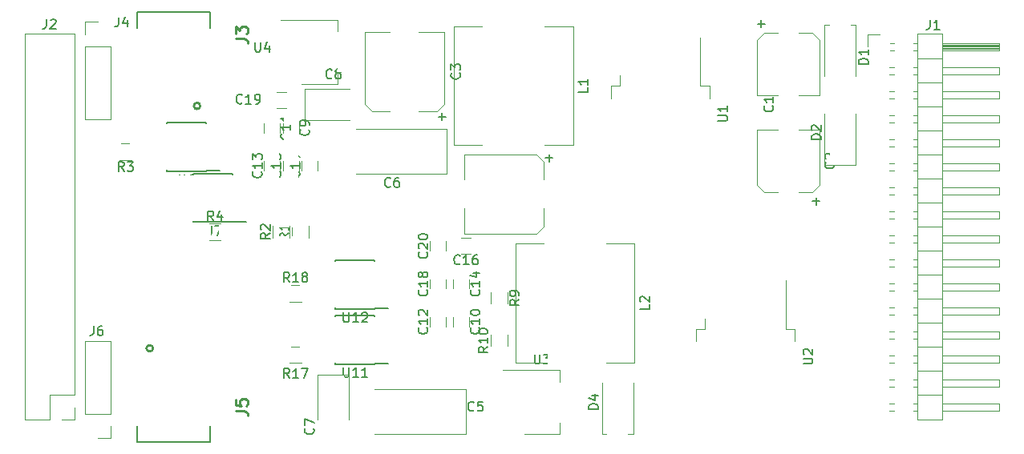
<source format=gbr>
%TF.GenerationSoftware,KiCad,Pcbnew,4.0.7-e2-6376~58~ubuntu16.04.1*%
%TF.CreationDate,2017-12-06T17:26:10+02:00*%
%TF.ProjectId,instrument_cluster,696E737472756D656E745F636C757374,rev?*%
%TF.FileFunction,Legend,Top*%
%FSLAX46Y46*%
G04 Gerber Fmt 4.6, Leading zero omitted, Abs format (unit mm)*
G04 Created by KiCad (PCBNEW 4.0.7-e2-6376~58~ubuntu16.04.1) date Wed Dec  6 17:26:10 2017*
%MOMM*%
%LPD*%
G01*
G04 APERTURE LIST*
%ADD10C,0.100000*%
%ADD11C,0.120000*%
%ADD12C,0.150000*%
%ADD13C,0.200000*%
%ADD14C,0.254000*%
%ADD15R,2.000000X3.900000*%
%ADD16R,2.900000X4.400000*%
%ADD17R,4.400000X2.900000*%
%ADD18R,4.150000X3.100000*%
%ADD19R,2.200000X2.550000*%
%ADD20R,2.550000X2.200000*%
%ADD21R,1.650000X1.400000*%
%ADD22R,1.400000X1.650000*%
%ADD23R,2.200000X2.900000*%
%ADD24R,2.100000X2.100000*%
%ADD25O,2.100000X2.100000*%
%ADD26R,5.800000X3.300000*%
%ADD27R,1.700000X1.100000*%
%ADD28R,1.100000X1.700000*%
%ADD29R,2.400000X4.200000*%
%ADD30R,2.400000X1.900000*%
%ADD31R,1.950000X1.000000*%
%ADD32R,1.500000X5.000000*%
%ADD33R,11.200000X9.800000*%
%ADD34R,2.100000X1.800000*%
%ADD35O,2.100000X1.800000*%
%ADD36R,0.900000X2.650000*%
%ADD37R,2.450000X3.900000*%
%ADD38R,2.450000X4.400000*%
G04 APERTURE END LIST*
D10*
D11*
X188460000Y-87500000D02*
X189880000Y-87500000D01*
X187700000Y-94100000D02*
X189880000Y-94100000D01*
X194300000Y-94100000D02*
X192120000Y-94100000D01*
X193540000Y-87500000D02*
X192120000Y-87500000D01*
X187700000Y-94100000D02*
X187700000Y-88260000D01*
X187700000Y-88260000D02*
X188460000Y-87500000D01*
X193540000Y-87500000D02*
X194300000Y-88260000D01*
X194300000Y-88260000D02*
X194300000Y-94100000D01*
X193540000Y-104300000D02*
X192120000Y-104300000D01*
X194300000Y-97700000D02*
X192120000Y-97700000D01*
X187700000Y-97700000D02*
X189880000Y-97700000D01*
X188460000Y-104300000D02*
X189880000Y-104300000D01*
X194300000Y-97700000D02*
X194300000Y-103540000D01*
X194300000Y-103540000D02*
X193540000Y-104300000D01*
X188460000Y-104300000D02*
X187700000Y-103540000D01*
X187700000Y-103540000D02*
X187700000Y-97700000D01*
X154690000Y-87360000D02*
X152010000Y-87360000D01*
X146310000Y-87360000D02*
X148990000Y-87360000D01*
X147070000Y-95740000D02*
X148990000Y-95740000D01*
X153930000Y-95740000D02*
X152010000Y-95740000D01*
X154690000Y-87360000D02*
X154690000Y-94980000D01*
X154690000Y-94980000D02*
X153930000Y-95740000D01*
X147070000Y-95740000D02*
X146310000Y-94980000D01*
X146310000Y-94980000D02*
X146310000Y-87360000D01*
X156810000Y-100310000D02*
X156810000Y-102990000D01*
X156810000Y-108690000D02*
X156810000Y-106010000D01*
X165190000Y-107930000D02*
X165190000Y-106010000D01*
X165190000Y-101070000D02*
X165190000Y-102990000D01*
X156810000Y-100310000D02*
X164430000Y-100310000D01*
X164430000Y-100310000D02*
X165190000Y-101070000D01*
X165190000Y-107930000D02*
X164430000Y-108690000D01*
X164430000Y-108690000D02*
X156810000Y-108690000D01*
X156950000Y-129900000D02*
X147350000Y-129900000D01*
X156950000Y-125100000D02*
X147350000Y-125100000D01*
X156950000Y-129900000D02*
X156950000Y-125100000D01*
X154950000Y-102400000D02*
X145350000Y-102400000D01*
X154950000Y-97600000D02*
X145350000Y-97600000D01*
X154950000Y-102400000D02*
X154950000Y-97600000D01*
X144650000Y-123625000D02*
X144650000Y-128375000D01*
X141350000Y-123625000D02*
X141350000Y-128375000D01*
X144650000Y-123625000D02*
X141350000Y-123625000D01*
X140000000Y-93350000D02*
X144750000Y-93350000D01*
X140000000Y-96650000D02*
X144750000Y-96650000D01*
X140000000Y-93350000D02*
X140000000Y-96650000D01*
X139350000Y-98000000D02*
X139350000Y-97000000D01*
X137650000Y-97000000D02*
X137650000Y-98000000D01*
X155650000Y-117500000D02*
X155650000Y-118500000D01*
X157350000Y-118500000D02*
X157350000Y-117500000D01*
X137350000Y-98000000D02*
X137350000Y-97000000D01*
X135650000Y-97000000D02*
X135650000Y-98000000D01*
X153150000Y-117500000D02*
X153150000Y-118500000D01*
X154850000Y-118500000D02*
X154850000Y-117500000D01*
X135650000Y-101000000D02*
X135650000Y-102000000D01*
X137350000Y-102000000D02*
X137350000Y-101000000D01*
X157350000Y-114500000D02*
X157350000Y-113500000D01*
X155650000Y-113500000D02*
X155650000Y-114500000D01*
X137650000Y-101000000D02*
X137650000Y-102000000D01*
X139350000Y-102000000D02*
X139350000Y-101000000D01*
X157500000Y-109150000D02*
X156500000Y-109150000D01*
X156500000Y-110850000D02*
X157500000Y-110850000D01*
X139650000Y-101000000D02*
X139650000Y-102000000D01*
X141350000Y-102000000D02*
X141350000Y-101000000D01*
X154850000Y-114500000D02*
X154850000Y-113500000D01*
X153150000Y-113500000D02*
X153150000Y-114500000D01*
X138000000Y-93700000D02*
X137000000Y-93700000D01*
X137000000Y-95400000D02*
X138000000Y-95400000D01*
X153150000Y-109500000D02*
X153150000Y-110500000D01*
X154850000Y-110500000D02*
X154850000Y-109500000D01*
X198150000Y-86600000D02*
X194850000Y-86600000D01*
X194850000Y-86600000D02*
X194850000Y-92000000D01*
X198150000Y-86600000D02*
X198150000Y-92000000D01*
X194850000Y-101400000D02*
X198150000Y-101400000D01*
X198150000Y-101400000D02*
X198150000Y-96000000D01*
X194850000Y-101400000D02*
X194850000Y-96000000D01*
X171350000Y-129900000D02*
X174650000Y-129900000D01*
X174650000Y-129900000D02*
X174650000Y-124500000D01*
X171350000Y-129900000D02*
X171350000Y-124500000D01*
X116780000Y-96580000D02*
X119440000Y-96580000D01*
X116780000Y-88900000D02*
X116780000Y-96580000D01*
X119440000Y-88900000D02*
X119440000Y-96580000D01*
X116780000Y-88900000D02*
X119440000Y-88900000D01*
X116780000Y-87630000D02*
X116780000Y-86300000D01*
X116780000Y-86300000D02*
X118110000Y-86300000D01*
X119440000Y-120050000D02*
X116780000Y-120050000D01*
X119440000Y-127730000D02*
X119440000Y-120050000D01*
X116780000Y-127730000D02*
X116780000Y-120050000D01*
X119440000Y-127730000D02*
X116780000Y-127730000D01*
X119440000Y-129000000D02*
X119440000Y-130330000D01*
X119440000Y-130330000D02*
X118110000Y-130330000D01*
X158700000Y-99350000D02*
X155700000Y-99350000D01*
X155700000Y-99350000D02*
X155700000Y-86750000D01*
X155700000Y-86750000D02*
X158700000Y-86750000D01*
X165300000Y-86750000D02*
X168300000Y-86750000D01*
X168300000Y-86750000D02*
X168300000Y-99350000D01*
X168300000Y-99350000D02*
X165300000Y-99350000D01*
X165200000Y-122300000D02*
X162200000Y-122300000D01*
X162200000Y-122300000D02*
X162200000Y-109700000D01*
X162200000Y-109700000D02*
X165200000Y-109700000D01*
X171800000Y-109700000D02*
X174800000Y-109700000D01*
X174800000Y-109700000D02*
X174800000Y-122300000D01*
X174800000Y-122300000D02*
X171800000Y-122300000D01*
X140380000Y-107900000D02*
X140380000Y-109100000D01*
X138620000Y-109100000D02*
X138620000Y-107900000D01*
X138380000Y-107900000D02*
X138380000Y-109100000D01*
X136620000Y-109100000D02*
X136620000Y-107900000D01*
X159620000Y-116100000D02*
X159620000Y-114900000D01*
X161380000Y-114900000D02*
X161380000Y-116100000D01*
X161380000Y-119400000D02*
X161380000Y-120600000D01*
X159620000Y-120600000D02*
X159620000Y-119400000D01*
X139600000Y-122380000D02*
X138400000Y-122380000D01*
X138400000Y-120620000D02*
X139600000Y-120620000D01*
X139600000Y-115880000D02*
X138400000Y-115880000D01*
X138400000Y-114120000D02*
X139600000Y-114120000D01*
X166910000Y-129910000D02*
X166910000Y-128650000D01*
X166910000Y-123090000D02*
X166910000Y-124350000D01*
X163150000Y-129910000D02*
X166910000Y-129910000D01*
X160900000Y-123090000D02*
X166910000Y-123090000D01*
X143410000Y-92910000D02*
X143410000Y-91650000D01*
X143410000Y-86090000D02*
X143410000Y-87350000D01*
X139650000Y-92910000D02*
X143410000Y-92910000D01*
X137400000Y-86090000D02*
X143410000Y-86090000D01*
D12*
X129575000Y-102075000D02*
X129575000Y-102025000D01*
X125425000Y-102075000D02*
X125425000Y-101930000D01*
X125425000Y-96925000D02*
X125425000Y-97070000D01*
X129575000Y-96925000D02*
X129575000Y-97070000D01*
X129575000Y-102075000D02*
X125425000Y-102075000D01*
X129575000Y-96925000D02*
X125425000Y-96925000D01*
X129575000Y-102025000D02*
X130975000Y-102025000D01*
X132375000Y-107480000D02*
X132375000Y-107430000D01*
X128225000Y-107480000D02*
X128225000Y-107335000D01*
X128225000Y-102330000D02*
X128225000Y-102475000D01*
X132375000Y-102330000D02*
X132375000Y-102475000D01*
X132375000Y-107480000D02*
X128225000Y-107480000D01*
X132375000Y-102330000D02*
X128225000Y-102330000D01*
X132375000Y-107430000D02*
X133775000Y-107430000D01*
X147375000Y-122480000D02*
X147375000Y-122430000D01*
X143225000Y-122480000D02*
X143225000Y-122335000D01*
X143225000Y-117330000D02*
X143225000Y-117475000D01*
X147375000Y-117330000D02*
X147375000Y-117475000D01*
X147375000Y-122480000D02*
X143225000Y-122480000D01*
X147375000Y-117330000D02*
X143225000Y-117330000D01*
X147375000Y-122430000D02*
X148775000Y-122430000D01*
X147375000Y-116670000D02*
X147375000Y-116620000D01*
X143225000Y-116670000D02*
X143225000Y-116525000D01*
X143225000Y-111520000D02*
X143225000Y-111665000D01*
X147375000Y-111520000D02*
X147375000Y-111665000D01*
X147375000Y-116670000D02*
X143225000Y-116670000D01*
X147375000Y-111520000D02*
X143225000Y-111520000D01*
X147375000Y-116620000D02*
X148775000Y-116620000D01*
D11*
X182700000Y-94550000D02*
X182700000Y-93050000D01*
X182700000Y-93050000D02*
X181750000Y-93050000D01*
X181750000Y-93050000D02*
X181750000Y-87925000D01*
X172300000Y-94550000D02*
X172300000Y-93050000D01*
X172300000Y-93050000D02*
X173250000Y-93050000D01*
X173250000Y-93050000D02*
X173250000Y-91950000D01*
X191700000Y-120250000D02*
X191700000Y-118750000D01*
X191700000Y-118750000D02*
X190750000Y-118750000D01*
X190750000Y-118750000D02*
X190750000Y-113625000D01*
X181300000Y-120250000D02*
X181300000Y-118750000D01*
X181300000Y-118750000D02*
X182250000Y-118750000D01*
X182250000Y-118750000D02*
X182250000Y-117650000D01*
X204640000Y-87570000D02*
X204640000Y-128330000D01*
X204640000Y-128330000D02*
X207300000Y-128330000D01*
X207300000Y-128330000D02*
X207300000Y-87570000D01*
X207300000Y-87570000D02*
X204640000Y-87570000D01*
X207300000Y-88520000D02*
X213300000Y-88520000D01*
X213300000Y-88520000D02*
X213300000Y-89280000D01*
X213300000Y-89280000D02*
X207300000Y-89280000D01*
X207300000Y-88580000D02*
X213300000Y-88580000D01*
X207300000Y-88700000D02*
X213300000Y-88700000D01*
X207300000Y-88820000D02*
X213300000Y-88820000D01*
X207300000Y-88940000D02*
X213300000Y-88940000D01*
X207300000Y-89060000D02*
X213300000Y-89060000D01*
X207300000Y-89180000D02*
X213300000Y-89180000D01*
X204242929Y-88520000D02*
X204640000Y-88520000D01*
X204242929Y-89280000D02*
X204640000Y-89280000D01*
X201770000Y-88520000D02*
X202157071Y-88520000D01*
X201770000Y-89280000D02*
X202157071Y-89280000D01*
X204640000Y-90170000D02*
X207300000Y-90170000D01*
X207300000Y-91060000D02*
X213300000Y-91060000D01*
X213300000Y-91060000D02*
X213300000Y-91820000D01*
X213300000Y-91820000D02*
X207300000Y-91820000D01*
X204242929Y-91060000D02*
X204640000Y-91060000D01*
X204242929Y-91820000D02*
X204640000Y-91820000D01*
X201702929Y-91060000D02*
X202157071Y-91060000D01*
X201702929Y-91820000D02*
X202157071Y-91820000D01*
X204640000Y-92710000D02*
X207300000Y-92710000D01*
X207300000Y-93600000D02*
X213300000Y-93600000D01*
X213300000Y-93600000D02*
X213300000Y-94360000D01*
X213300000Y-94360000D02*
X207300000Y-94360000D01*
X204242929Y-93600000D02*
X204640000Y-93600000D01*
X204242929Y-94360000D02*
X204640000Y-94360000D01*
X201702929Y-93600000D02*
X202157071Y-93600000D01*
X201702929Y-94360000D02*
X202157071Y-94360000D01*
X204640000Y-95250000D02*
X207300000Y-95250000D01*
X207300000Y-96140000D02*
X213300000Y-96140000D01*
X213300000Y-96140000D02*
X213300000Y-96900000D01*
X213300000Y-96900000D02*
X207300000Y-96900000D01*
X204242929Y-96140000D02*
X204640000Y-96140000D01*
X204242929Y-96900000D02*
X204640000Y-96900000D01*
X201702929Y-96140000D02*
X202157071Y-96140000D01*
X201702929Y-96900000D02*
X202157071Y-96900000D01*
X204640000Y-97790000D02*
X207300000Y-97790000D01*
X207300000Y-98680000D02*
X213300000Y-98680000D01*
X213300000Y-98680000D02*
X213300000Y-99440000D01*
X213300000Y-99440000D02*
X207300000Y-99440000D01*
X204242929Y-98680000D02*
X204640000Y-98680000D01*
X204242929Y-99440000D02*
X204640000Y-99440000D01*
X201702929Y-98680000D02*
X202157071Y-98680000D01*
X201702929Y-99440000D02*
X202157071Y-99440000D01*
X204640000Y-100330000D02*
X207300000Y-100330000D01*
X207300000Y-101220000D02*
X213300000Y-101220000D01*
X213300000Y-101220000D02*
X213300000Y-101980000D01*
X213300000Y-101980000D02*
X207300000Y-101980000D01*
X204242929Y-101220000D02*
X204640000Y-101220000D01*
X204242929Y-101980000D02*
X204640000Y-101980000D01*
X201702929Y-101220000D02*
X202157071Y-101220000D01*
X201702929Y-101980000D02*
X202157071Y-101980000D01*
X204640000Y-102870000D02*
X207300000Y-102870000D01*
X207300000Y-103760000D02*
X213300000Y-103760000D01*
X213300000Y-103760000D02*
X213300000Y-104520000D01*
X213300000Y-104520000D02*
X207300000Y-104520000D01*
X204242929Y-103760000D02*
X204640000Y-103760000D01*
X204242929Y-104520000D02*
X204640000Y-104520000D01*
X201702929Y-103760000D02*
X202157071Y-103760000D01*
X201702929Y-104520000D02*
X202157071Y-104520000D01*
X204640000Y-105410000D02*
X207300000Y-105410000D01*
X207300000Y-106300000D02*
X213300000Y-106300000D01*
X213300000Y-106300000D02*
X213300000Y-107060000D01*
X213300000Y-107060000D02*
X207300000Y-107060000D01*
X204242929Y-106300000D02*
X204640000Y-106300000D01*
X204242929Y-107060000D02*
X204640000Y-107060000D01*
X201702929Y-106300000D02*
X202157071Y-106300000D01*
X201702929Y-107060000D02*
X202157071Y-107060000D01*
X204640000Y-107950000D02*
X207300000Y-107950000D01*
X207300000Y-108840000D02*
X213300000Y-108840000D01*
X213300000Y-108840000D02*
X213300000Y-109600000D01*
X213300000Y-109600000D02*
X207300000Y-109600000D01*
X204242929Y-108840000D02*
X204640000Y-108840000D01*
X204242929Y-109600000D02*
X204640000Y-109600000D01*
X201702929Y-108840000D02*
X202157071Y-108840000D01*
X201702929Y-109600000D02*
X202157071Y-109600000D01*
X204640000Y-110490000D02*
X207300000Y-110490000D01*
X207300000Y-111380000D02*
X213300000Y-111380000D01*
X213300000Y-111380000D02*
X213300000Y-112140000D01*
X213300000Y-112140000D02*
X207300000Y-112140000D01*
X204242929Y-111380000D02*
X204640000Y-111380000D01*
X204242929Y-112140000D02*
X204640000Y-112140000D01*
X201702929Y-111380000D02*
X202157071Y-111380000D01*
X201702929Y-112140000D02*
X202157071Y-112140000D01*
X204640000Y-113030000D02*
X207300000Y-113030000D01*
X207300000Y-113920000D02*
X213300000Y-113920000D01*
X213300000Y-113920000D02*
X213300000Y-114680000D01*
X213300000Y-114680000D02*
X207300000Y-114680000D01*
X204242929Y-113920000D02*
X204640000Y-113920000D01*
X204242929Y-114680000D02*
X204640000Y-114680000D01*
X201702929Y-113920000D02*
X202157071Y-113920000D01*
X201702929Y-114680000D02*
X202157071Y-114680000D01*
X204640000Y-115570000D02*
X207300000Y-115570000D01*
X207300000Y-116460000D02*
X213300000Y-116460000D01*
X213300000Y-116460000D02*
X213300000Y-117220000D01*
X213300000Y-117220000D02*
X207300000Y-117220000D01*
X204242929Y-116460000D02*
X204640000Y-116460000D01*
X204242929Y-117220000D02*
X204640000Y-117220000D01*
X201702929Y-116460000D02*
X202157071Y-116460000D01*
X201702929Y-117220000D02*
X202157071Y-117220000D01*
X204640000Y-118110000D02*
X207300000Y-118110000D01*
X207300000Y-119000000D02*
X213300000Y-119000000D01*
X213300000Y-119000000D02*
X213300000Y-119760000D01*
X213300000Y-119760000D02*
X207300000Y-119760000D01*
X204242929Y-119000000D02*
X204640000Y-119000000D01*
X204242929Y-119760000D02*
X204640000Y-119760000D01*
X201702929Y-119000000D02*
X202157071Y-119000000D01*
X201702929Y-119760000D02*
X202157071Y-119760000D01*
X204640000Y-120650000D02*
X207300000Y-120650000D01*
X207300000Y-121540000D02*
X213300000Y-121540000D01*
X213300000Y-121540000D02*
X213300000Y-122300000D01*
X213300000Y-122300000D02*
X207300000Y-122300000D01*
X204242929Y-121540000D02*
X204640000Y-121540000D01*
X204242929Y-122300000D02*
X204640000Y-122300000D01*
X201702929Y-121540000D02*
X202157071Y-121540000D01*
X201702929Y-122300000D02*
X202157071Y-122300000D01*
X204640000Y-123190000D02*
X207300000Y-123190000D01*
X207300000Y-124080000D02*
X213300000Y-124080000D01*
X213300000Y-124080000D02*
X213300000Y-124840000D01*
X213300000Y-124840000D02*
X207300000Y-124840000D01*
X204242929Y-124080000D02*
X204640000Y-124080000D01*
X204242929Y-124840000D02*
X204640000Y-124840000D01*
X201702929Y-124080000D02*
X202157071Y-124080000D01*
X201702929Y-124840000D02*
X202157071Y-124840000D01*
X204640000Y-125730000D02*
X207300000Y-125730000D01*
X207300000Y-126620000D02*
X213300000Y-126620000D01*
X213300000Y-126620000D02*
X213300000Y-127380000D01*
X213300000Y-127380000D02*
X207300000Y-127380000D01*
X204242929Y-126620000D02*
X204640000Y-126620000D01*
X204242929Y-127380000D02*
X204640000Y-127380000D01*
X201702929Y-126620000D02*
X202157071Y-126620000D01*
X201702929Y-127380000D02*
X202157071Y-127380000D01*
X199390000Y-88900000D02*
X199390000Y-87630000D01*
X199390000Y-87630000D02*
X200660000Y-87630000D01*
X115630000Y-87570000D02*
X115630000Y-125730000D01*
X113030000Y-128330000D02*
X110430000Y-128330000D01*
X110430000Y-128330000D02*
X110430000Y-87570000D01*
X110430000Y-87570000D02*
X115630000Y-87570000D01*
X113030000Y-125730000D02*
X113030000Y-128330000D01*
X113030000Y-125730000D02*
X115630000Y-125730000D01*
X114300000Y-128330000D02*
X115630000Y-128330000D01*
X115630000Y-128330000D02*
X115630000Y-127060000D01*
X120450000Y-99120000D02*
X121650000Y-99120000D01*
X121650000Y-100880000D02*
X120450000Y-100880000D01*
X131100000Y-109380000D02*
X129900000Y-109380000D01*
X129900000Y-107620000D02*
X131100000Y-107620000D01*
D13*
X129950000Y-85250000D02*
X122250000Y-85250000D01*
X122250000Y-85250000D02*
X122250000Y-87002000D01*
X129950000Y-85250000D02*
X129950000Y-86943000D01*
D14*
X128935270Y-95183000D02*
G75*
G03X128935270Y-95183000I-336270J0D01*
G01*
D13*
X122250000Y-130750000D02*
X129950000Y-130750000D01*
X129950000Y-130750000D02*
X129950000Y-128998000D01*
X122250000Y-130750000D02*
X122250000Y-129057000D01*
D14*
X123937270Y-120817000D02*
G75*
G03X123937270Y-120817000I-336270J0D01*
G01*
D12*
X189357143Y-95166666D02*
X189404762Y-95214285D01*
X189452381Y-95357142D01*
X189452381Y-95452380D01*
X189404762Y-95595238D01*
X189309524Y-95690476D01*
X189214286Y-95738095D01*
X189023810Y-95785714D01*
X188880952Y-95785714D01*
X188690476Y-95738095D01*
X188595238Y-95690476D01*
X188500000Y-95595238D01*
X188452381Y-95452380D01*
X188452381Y-95357142D01*
X188500000Y-95214285D01*
X188547619Y-95166666D01*
X189452381Y-94214285D02*
X189452381Y-94785714D01*
X189452381Y-94500000D02*
X188452381Y-94500000D01*
X188595238Y-94595238D01*
X188690476Y-94690476D01*
X188738095Y-94785714D01*
X188161429Y-86900952D02*
X188161429Y-86139047D01*
X188542381Y-86519999D02*
X187780476Y-86519999D01*
X195787143Y-101166666D02*
X195834762Y-101214285D01*
X195882381Y-101357142D01*
X195882381Y-101452380D01*
X195834762Y-101595238D01*
X195739524Y-101690476D01*
X195644286Y-101738095D01*
X195453810Y-101785714D01*
X195310952Y-101785714D01*
X195120476Y-101738095D01*
X195025238Y-101690476D01*
X194930000Y-101595238D01*
X194882381Y-101452380D01*
X194882381Y-101357142D01*
X194930000Y-101214285D01*
X194977619Y-101166666D01*
X194977619Y-100785714D02*
X194930000Y-100738095D01*
X194882381Y-100642857D01*
X194882381Y-100404761D01*
X194930000Y-100309523D01*
X194977619Y-100261904D01*
X195072857Y-100214285D01*
X195168095Y-100214285D01*
X195310952Y-100261904D01*
X195882381Y-100833333D01*
X195882381Y-100214285D01*
X193981429Y-105660952D02*
X193981429Y-104899047D01*
X194362381Y-105279999D02*
X193600476Y-105279999D01*
X156307143Y-91716666D02*
X156354762Y-91764285D01*
X156402381Y-91907142D01*
X156402381Y-92002380D01*
X156354762Y-92145238D01*
X156259524Y-92240476D01*
X156164286Y-92288095D01*
X155973810Y-92335714D01*
X155830952Y-92335714D01*
X155640476Y-92288095D01*
X155545238Y-92240476D01*
X155450000Y-92145238D01*
X155402381Y-92002380D01*
X155402381Y-91907142D01*
X155450000Y-91764285D01*
X155497619Y-91716666D01*
X155402381Y-91383333D02*
X155402381Y-90764285D01*
X155783333Y-91097619D01*
X155783333Y-90954761D01*
X155830952Y-90859523D01*
X155878571Y-90811904D01*
X155973810Y-90764285D01*
X156211905Y-90764285D01*
X156307143Y-90811904D01*
X156354762Y-90859523D01*
X156402381Y-90954761D01*
X156402381Y-91240476D01*
X156354762Y-91335714D01*
X156307143Y-91383333D01*
X154471429Y-96710952D02*
X154471429Y-95949047D01*
X154852381Y-96329999D02*
X154090476Y-96329999D01*
X160833334Y-99407143D02*
X160785715Y-99454762D01*
X160642858Y-99502381D01*
X160547620Y-99502381D01*
X160404762Y-99454762D01*
X160309524Y-99359524D01*
X160261905Y-99264286D01*
X160214286Y-99073810D01*
X160214286Y-98930952D01*
X160261905Y-98740476D01*
X160309524Y-98645238D01*
X160404762Y-98550000D01*
X160547620Y-98502381D01*
X160642858Y-98502381D01*
X160785715Y-98550000D01*
X160833334Y-98597619D01*
X161690477Y-98835714D02*
X161690477Y-99502381D01*
X161452381Y-98454762D02*
X161214286Y-99169048D01*
X161833334Y-99169048D01*
X165399048Y-100671429D02*
X166160953Y-100671429D01*
X165780001Y-101052381D02*
X165780001Y-100290476D01*
X157833334Y-127357143D02*
X157785715Y-127404762D01*
X157642858Y-127452381D01*
X157547620Y-127452381D01*
X157404762Y-127404762D01*
X157309524Y-127309524D01*
X157261905Y-127214286D01*
X157214286Y-127023810D01*
X157214286Y-126880952D01*
X157261905Y-126690476D01*
X157309524Y-126595238D01*
X157404762Y-126500000D01*
X157547620Y-126452381D01*
X157642858Y-126452381D01*
X157785715Y-126500000D01*
X157833334Y-126547619D01*
X158738096Y-126452381D02*
X158261905Y-126452381D01*
X158214286Y-126928571D01*
X158261905Y-126880952D01*
X158357143Y-126833333D01*
X158595239Y-126833333D01*
X158690477Y-126880952D01*
X158738096Y-126928571D01*
X158785715Y-127023810D01*
X158785715Y-127261905D01*
X158738096Y-127357143D01*
X158690477Y-127404762D01*
X158595239Y-127452381D01*
X158357143Y-127452381D01*
X158261905Y-127404762D01*
X158214286Y-127357143D01*
X149013334Y-103677143D02*
X148965715Y-103724762D01*
X148822858Y-103772381D01*
X148727620Y-103772381D01*
X148584762Y-103724762D01*
X148489524Y-103629524D01*
X148441905Y-103534286D01*
X148394286Y-103343810D01*
X148394286Y-103200952D01*
X148441905Y-103010476D01*
X148489524Y-102915238D01*
X148584762Y-102820000D01*
X148727620Y-102772381D01*
X148822858Y-102772381D01*
X148965715Y-102820000D01*
X149013334Y-102867619D01*
X149870477Y-102772381D02*
X149680000Y-102772381D01*
X149584762Y-102820000D01*
X149537143Y-102867619D01*
X149441905Y-103010476D01*
X149394286Y-103200952D01*
X149394286Y-103581905D01*
X149441905Y-103677143D01*
X149489524Y-103724762D01*
X149584762Y-103772381D01*
X149775239Y-103772381D01*
X149870477Y-103724762D01*
X149918096Y-103677143D01*
X149965715Y-103581905D01*
X149965715Y-103343810D01*
X149918096Y-103248571D01*
X149870477Y-103200952D01*
X149775239Y-103153333D01*
X149584762Y-103153333D01*
X149489524Y-103200952D01*
X149441905Y-103248571D01*
X149394286Y-103343810D01*
X140857143Y-129291666D02*
X140904762Y-129339285D01*
X140952381Y-129482142D01*
X140952381Y-129577380D01*
X140904762Y-129720238D01*
X140809524Y-129815476D01*
X140714286Y-129863095D01*
X140523810Y-129910714D01*
X140380952Y-129910714D01*
X140190476Y-129863095D01*
X140095238Y-129815476D01*
X140000000Y-129720238D01*
X139952381Y-129577380D01*
X139952381Y-129482142D01*
X140000000Y-129339285D01*
X140047619Y-129291666D01*
X139952381Y-128958333D02*
X139952381Y-128291666D01*
X140952381Y-128720238D01*
X142833334Y-92207143D02*
X142785715Y-92254762D01*
X142642858Y-92302381D01*
X142547620Y-92302381D01*
X142404762Y-92254762D01*
X142309524Y-92159524D01*
X142261905Y-92064286D01*
X142214286Y-91873810D01*
X142214286Y-91730952D01*
X142261905Y-91540476D01*
X142309524Y-91445238D01*
X142404762Y-91350000D01*
X142547620Y-91302381D01*
X142642858Y-91302381D01*
X142785715Y-91350000D01*
X142833334Y-91397619D01*
X143404762Y-91730952D02*
X143309524Y-91683333D01*
X143261905Y-91635714D01*
X143214286Y-91540476D01*
X143214286Y-91492857D01*
X143261905Y-91397619D01*
X143309524Y-91350000D01*
X143404762Y-91302381D01*
X143595239Y-91302381D01*
X143690477Y-91350000D01*
X143738096Y-91397619D01*
X143785715Y-91492857D01*
X143785715Y-91540476D01*
X143738096Y-91635714D01*
X143690477Y-91683333D01*
X143595239Y-91730952D01*
X143404762Y-91730952D01*
X143309524Y-91778571D01*
X143261905Y-91826190D01*
X143214286Y-91921429D01*
X143214286Y-92111905D01*
X143261905Y-92207143D01*
X143309524Y-92254762D01*
X143404762Y-92302381D01*
X143595239Y-92302381D01*
X143690477Y-92254762D01*
X143738096Y-92207143D01*
X143785715Y-92111905D01*
X143785715Y-91921429D01*
X143738096Y-91826190D01*
X143690477Y-91778571D01*
X143595239Y-91730952D01*
X140357143Y-97666666D02*
X140404762Y-97714285D01*
X140452381Y-97857142D01*
X140452381Y-97952380D01*
X140404762Y-98095238D01*
X140309524Y-98190476D01*
X140214286Y-98238095D01*
X140023810Y-98285714D01*
X139880952Y-98285714D01*
X139690476Y-98238095D01*
X139595238Y-98190476D01*
X139500000Y-98095238D01*
X139452381Y-97952380D01*
X139452381Y-97857142D01*
X139500000Y-97714285D01*
X139547619Y-97666666D01*
X140452381Y-97190476D02*
X140452381Y-97000000D01*
X140404762Y-96904761D01*
X140357143Y-96857142D01*
X140214286Y-96761904D01*
X140023810Y-96714285D01*
X139642857Y-96714285D01*
X139547619Y-96761904D01*
X139500000Y-96809523D01*
X139452381Y-96904761D01*
X139452381Y-97095238D01*
X139500000Y-97190476D01*
X139547619Y-97238095D01*
X139642857Y-97285714D01*
X139880952Y-97285714D01*
X139976190Y-97238095D01*
X140023810Y-97190476D01*
X140071429Y-97095238D01*
X140071429Y-96904761D01*
X140023810Y-96809523D01*
X139976190Y-96761904D01*
X139880952Y-96714285D01*
X158357143Y-118642857D02*
X158404762Y-118690476D01*
X158452381Y-118833333D01*
X158452381Y-118928571D01*
X158404762Y-119071429D01*
X158309524Y-119166667D01*
X158214286Y-119214286D01*
X158023810Y-119261905D01*
X157880952Y-119261905D01*
X157690476Y-119214286D01*
X157595238Y-119166667D01*
X157500000Y-119071429D01*
X157452381Y-118928571D01*
X157452381Y-118833333D01*
X157500000Y-118690476D01*
X157547619Y-118642857D01*
X158452381Y-117690476D02*
X158452381Y-118261905D01*
X158452381Y-117976191D02*
X157452381Y-117976191D01*
X157595238Y-118071429D01*
X157690476Y-118166667D01*
X157738095Y-118261905D01*
X157452381Y-117071429D02*
X157452381Y-116976190D01*
X157500000Y-116880952D01*
X157547619Y-116833333D01*
X157642857Y-116785714D01*
X157833333Y-116738095D01*
X158071429Y-116738095D01*
X158261905Y-116785714D01*
X158357143Y-116833333D01*
X158404762Y-116880952D01*
X158452381Y-116976190D01*
X158452381Y-117071429D01*
X158404762Y-117166667D01*
X158357143Y-117214286D01*
X158261905Y-117261905D01*
X158071429Y-117309524D01*
X157833333Y-117309524D01*
X157642857Y-117261905D01*
X157547619Y-117214286D01*
X157500000Y-117166667D01*
X157452381Y-117071429D01*
X138357143Y-98142857D02*
X138404762Y-98190476D01*
X138452381Y-98333333D01*
X138452381Y-98428571D01*
X138404762Y-98571429D01*
X138309524Y-98666667D01*
X138214286Y-98714286D01*
X138023810Y-98761905D01*
X137880952Y-98761905D01*
X137690476Y-98714286D01*
X137595238Y-98666667D01*
X137500000Y-98571429D01*
X137452381Y-98428571D01*
X137452381Y-98333333D01*
X137500000Y-98190476D01*
X137547619Y-98142857D01*
X138452381Y-97190476D02*
X138452381Y-97761905D01*
X138452381Y-97476191D02*
X137452381Y-97476191D01*
X137595238Y-97571429D01*
X137690476Y-97666667D01*
X137738095Y-97761905D01*
X138452381Y-96238095D02*
X138452381Y-96809524D01*
X138452381Y-96523810D02*
X137452381Y-96523810D01*
X137595238Y-96619048D01*
X137690476Y-96714286D01*
X137738095Y-96809524D01*
X152857143Y-118642857D02*
X152904762Y-118690476D01*
X152952381Y-118833333D01*
X152952381Y-118928571D01*
X152904762Y-119071429D01*
X152809524Y-119166667D01*
X152714286Y-119214286D01*
X152523810Y-119261905D01*
X152380952Y-119261905D01*
X152190476Y-119214286D01*
X152095238Y-119166667D01*
X152000000Y-119071429D01*
X151952381Y-118928571D01*
X151952381Y-118833333D01*
X152000000Y-118690476D01*
X152047619Y-118642857D01*
X152952381Y-117690476D02*
X152952381Y-118261905D01*
X152952381Y-117976191D02*
X151952381Y-117976191D01*
X152095238Y-118071429D01*
X152190476Y-118166667D01*
X152238095Y-118261905D01*
X152047619Y-117309524D02*
X152000000Y-117261905D01*
X151952381Y-117166667D01*
X151952381Y-116928571D01*
X152000000Y-116833333D01*
X152047619Y-116785714D01*
X152142857Y-116738095D01*
X152238095Y-116738095D01*
X152380952Y-116785714D01*
X152952381Y-117357143D01*
X152952381Y-116738095D01*
X135357143Y-102142857D02*
X135404762Y-102190476D01*
X135452381Y-102333333D01*
X135452381Y-102428571D01*
X135404762Y-102571429D01*
X135309524Y-102666667D01*
X135214286Y-102714286D01*
X135023810Y-102761905D01*
X134880952Y-102761905D01*
X134690476Y-102714286D01*
X134595238Y-102666667D01*
X134500000Y-102571429D01*
X134452381Y-102428571D01*
X134452381Y-102333333D01*
X134500000Y-102190476D01*
X134547619Y-102142857D01*
X135452381Y-101190476D02*
X135452381Y-101761905D01*
X135452381Y-101476191D02*
X134452381Y-101476191D01*
X134595238Y-101571429D01*
X134690476Y-101666667D01*
X134738095Y-101761905D01*
X134452381Y-100857143D02*
X134452381Y-100238095D01*
X134833333Y-100571429D01*
X134833333Y-100428571D01*
X134880952Y-100333333D01*
X134928571Y-100285714D01*
X135023810Y-100238095D01*
X135261905Y-100238095D01*
X135357143Y-100285714D01*
X135404762Y-100333333D01*
X135452381Y-100428571D01*
X135452381Y-100714286D01*
X135404762Y-100809524D01*
X135357143Y-100857143D01*
X158357143Y-114642857D02*
X158404762Y-114690476D01*
X158452381Y-114833333D01*
X158452381Y-114928571D01*
X158404762Y-115071429D01*
X158309524Y-115166667D01*
X158214286Y-115214286D01*
X158023810Y-115261905D01*
X157880952Y-115261905D01*
X157690476Y-115214286D01*
X157595238Y-115166667D01*
X157500000Y-115071429D01*
X157452381Y-114928571D01*
X157452381Y-114833333D01*
X157500000Y-114690476D01*
X157547619Y-114642857D01*
X158452381Y-113690476D02*
X158452381Y-114261905D01*
X158452381Y-113976191D02*
X157452381Y-113976191D01*
X157595238Y-114071429D01*
X157690476Y-114166667D01*
X157738095Y-114261905D01*
X157785714Y-112833333D02*
X158452381Y-112833333D01*
X157404762Y-113071429D02*
X158119048Y-113309524D01*
X158119048Y-112690476D01*
X137357143Y-102142857D02*
X137404762Y-102190476D01*
X137452381Y-102333333D01*
X137452381Y-102428571D01*
X137404762Y-102571429D01*
X137309524Y-102666667D01*
X137214286Y-102714286D01*
X137023810Y-102761905D01*
X136880952Y-102761905D01*
X136690476Y-102714286D01*
X136595238Y-102666667D01*
X136500000Y-102571429D01*
X136452381Y-102428571D01*
X136452381Y-102333333D01*
X136500000Y-102190476D01*
X136547619Y-102142857D01*
X137452381Y-101190476D02*
X137452381Y-101761905D01*
X137452381Y-101476191D02*
X136452381Y-101476191D01*
X136595238Y-101571429D01*
X136690476Y-101666667D01*
X136738095Y-101761905D01*
X136452381Y-100285714D02*
X136452381Y-100761905D01*
X136928571Y-100809524D01*
X136880952Y-100761905D01*
X136833333Y-100666667D01*
X136833333Y-100428571D01*
X136880952Y-100333333D01*
X136928571Y-100285714D01*
X137023810Y-100238095D01*
X137261905Y-100238095D01*
X137357143Y-100285714D01*
X137404762Y-100333333D01*
X137452381Y-100428571D01*
X137452381Y-100666667D01*
X137404762Y-100761905D01*
X137357143Y-100809524D01*
X156357143Y-111857143D02*
X156309524Y-111904762D01*
X156166667Y-111952381D01*
X156071429Y-111952381D01*
X155928571Y-111904762D01*
X155833333Y-111809524D01*
X155785714Y-111714286D01*
X155738095Y-111523810D01*
X155738095Y-111380952D01*
X155785714Y-111190476D01*
X155833333Y-111095238D01*
X155928571Y-111000000D01*
X156071429Y-110952381D01*
X156166667Y-110952381D01*
X156309524Y-111000000D01*
X156357143Y-111047619D01*
X157309524Y-111952381D02*
X156738095Y-111952381D01*
X157023809Y-111952381D02*
X157023809Y-110952381D01*
X156928571Y-111095238D01*
X156833333Y-111190476D01*
X156738095Y-111238095D01*
X158166667Y-110952381D02*
X157976190Y-110952381D01*
X157880952Y-111000000D01*
X157833333Y-111047619D01*
X157738095Y-111190476D01*
X157690476Y-111380952D01*
X157690476Y-111761905D01*
X157738095Y-111857143D01*
X157785714Y-111904762D01*
X157880952Y-111952381D01*
X158071429Y-111952381D01*
X158166667Y-111904762D01*
X158214286Y-111857143D01*
X158261905Y-111761905D01*
X158261905Y-111523810D01*
X158214286Y-111428571D01*
X158166667Y-111380952D01*
X158071429Y-111333333D01*
X157880952Y-111333333D01*
X157785714Y-111380952D01*
X157738095Y-111428571D01*
X157690476Y-111523810D01*
X139357143Y-102142857D02*
X139404762Y-102190476D01*
X139452381Y-102333333D01*
X139452381Y-102428571D01*
X139404762Y-102571429D01*
X139309524Y-102666667D01*
X139214286Y-102714286D01*
X139023810Y-102761905D01*
X138880952Y-102761905D01*
X138690476Y-102714286D01*
X138595238Y-102666667D01*
X138500000Y-102571429D01*
X138452381Y-102428571D01*
X138452381Y-102333333D01*
X138500000Y-102190476D01*
X138547619Y-102142857D01*
X139452381Y-101190476D02*
X139452381Y-101761905D01*
X139452381Y-101476191D02*
X138452381Y-101476191D01*
X138595238Y-101571429D01*
X138690476Y-101666667D01*
X138738095Y-101761905D01*
X138452381Y-100857143D02*
X138452381Y-100190476D01*
X139452381Y-100619048D01*
X152857143Y-114642857D02*
X152904762Y-114690476D01*
X152952381Y-114833333D01*
X152952381Y-114928571D01*
X152904762Y-115071429D01*
X152809524Y-115166667D01*
X152714286Y-115214286D01*
X152523810Y-115261905D01*
X152380952Y-115261905D01*
X152190476Y-115214286D01*
X152095238Y-115166667D01*
X152000000Y-115071429D01*
X151952381Y-114928571D01*
X151952381Y-114833333D01*
X152000000Y-114690476D01*
X152047619Y-114642857D01*
X152952381Y-113690476D02*
X152952381Y-114261905D01*
X152952381Y-113976191D02*
X151952381Y-113976191D01*
X152095238Y-114071429D01*
X152190476Y-114166667D01*
X152238095Y-114261905D01*
X152380952Y-113119048D02*
X152333333Y-113214286D01*
X152285714Y-113261905D01*
X152190476Y-113309524D01*
X152142857Y-113309524D01*
X152047619Y-113261905D01*
X152000000Y-113214286D01*
X151952381Y-113119048D01*
X151952381Y-112928571D01*
X152000000Y-112833333D01*
X152047619Y-112785714D01*
X152142857Y-112738095D01*
X152190476Y-112738095D01*
X152285714Y-112785714D01*
X152333333Y-112833333D01*
X152380952Y-112928571D01*
X152380952Y-113119048D01*
X152428571Y-113214286D01*
X152476190Y-113261905D01*
X152571429Y-113309524D01*
X152761905Y-113309524D01*
X152857143Y-113261905D01*
X152904762Y-113214286D01*
X152952381Y-113119048D01*
X152952381Y-112928571D01*
X152904762Y-112833333D01*
X152857143Y-112785714D01*
X152761905Y-112738095D01*
X152571429Y-112738095D01*
X152476190Y-112785714D01*
X152428571Y-112833333D01*
X152380952Y-112928571D01*
X133357143Y-94857143D02*
X133309524Y-94904762D01*
X133166667Y-94952381D01*
X133071429Y-94952381D01*
X132928571Y-94904762D01*
X132833333Y-94809524D01*
X132785714Y-94714286D01*
X132738095Y-94523810D01*
X132738095Y-94380952D01*
X132785714Y-94190476D01*
X132833333Y-94095238D01*
X132928571Y-94000000D01*
X133071429Y-93952381D01*
X133166667Y-93952381D01*
X133309524Y-94000000D01*
X133357143Y-94047619D01*
X134309524Y-94952381D02*
X133738095Y-94952381D01*
X134023809Y-94952381D02*
X134023809Y-93952381D01*
X133928571Y-94095238D01*
X133833333Y-94190476D01*
X133738095Y-94238095D01*
X134785714Y-94952381D02*
X134976190Y-94952381D01*
X135071429Y-94904762D01*
X135119048Y-94857143D01*
X135214286Y-94714286D01*
X135261905Y-94523810D01*
X135261905Y-94142857D01*
X135214286Y-94047619D01*
X135166667Y-94000000D01*
X135071429Y-93952381D01*
X134880952Y-93952381D01*
X134785714Y-94000000D01*
X134738095Y-94047619D01*
X134690476Y-94142857D01*
X134690476Y-94380952D01*
X134738095Y-94476190D01*
X134785714Y-94523810D01*
X134880952Y-94571429D01*
X135071429Y-94571429D01*
X135166667Y-94523810D01*
X135214286Y-94476190D01*
X135261905Y-94380952D01*
X152857143Y-110642857D02*
X152904762Y-110690476D01*
X152952381Y-110833333D01*
X152952381Y-110928571D01*
X152904762Y-111071429D01*
X152809524Y-111166667D01*
X152714286Y-111214286D01*
X152523810Y-111261905D01*
X152380952Y-111261905D01*
X152190476Y-111214286D01*
X152095238Y-111166667D01*
X152000000Y-111071429D01*
X151952381Y-110928571D01*
X151952381Y-110833333D01*
X152000000Y-110690476D01*
X152047619Y-110642857D01*
X152047619Y-110261905D02*
X152000000Y-110214286D01*
X151952381Y-110119048D01*
X151952381Y-109880952D01*
X152000000Y-109785714D01*
X152047619Y-109738095D01*
X152142857Y-109690476D01*
X152238095Y-109690476D01*
X152380952Y-109738095D01*
X152952381Y-110309524D01*
X152952381Y-109690476D01*
X151952381Y-109071429D02*
X151952381Y-108976190D01*
X152000000Y-108880952D01*
X152047619Y-108833333D01*
X152142857Y-108785714D01*
X152333333Y-108738095D01*
X152571429Y-108738095D01*
X152761905Y-108785714D01*
X152857143Y-108833333D01*
X152904762Y-108880952D01*
X152952381Y-108976190D01*
X152952381Y-109071429D01*
X152904762Y-109166667D01*
X152857143Y-109214286D01*
X152761905Y-109261905D01*
X152571429Y-109309524D01*
X152333333Y-109309524D01*
X152142857Y-109261905D01*
X152047619Y-109214286D01*
X152000000Y-109166667D01*
X151952381Y-109071429D01*
X199452381Y-90738095D02*
X198452381Y-90738095D01*
X198452381Y-90500000D01*
X198500000Y-90357142D01*
X198595238Y-90261904D01*
X198690476Y-90214285D01*
X198880952Y-90166666D01*
X199023810Y-90166666D01*
X199214286Y-90214285D01*
X199309524Y-90261904D01*
X199404762Y-90357142D01*
X199452381Y-90500000D01*
X199452381Y-90738095D01*
X199452381Y-89214285D02*
X199452381Y-89785714D01*
X199452381Y-89500000D02*
X198452381Y-89500000D01*
X198595238Y-89595238D01*
X198690476Y-89690476D01*
X198738095Y-89785714D01*
X194452381Y-98738095D02*
X193452381Y-98738095D01*
X193452381Y-98500000D01*
X193500000Y-98357142D01*
X193595238Y-98261904D01*
X193690476Y-98214285D01*
X193880952Y-98166666D01*
X194023810Y-98166666D01*
X194214286Y-98214285D01*
X194309524Y-98261904D01*
X194404762Y-98357142D01*
X194452381Y-98500000D01*
X194452381Y-98738095D01*
X193547619Y-97785714D02*
X193500000Y-97738095D01*
X193452381Y-97642857D01*
X193452381Y-97404761D01*
X193500000Y-97309523D01*
X193547619Y-97261904D01*
X193642857Y-97214285D01*
X193738095Y-97214285D01*
X193880952Y-97261904D01*
X194452381Y-97833333D01*
X194452381Y-97214285D01*
X170952381Y-127238095D02*
X169952381Y-127238095D01*
X169952381Y-127000000D01*
X170000000Y-126857142D01*
X170095238Y-126761904D01*
X170190476Y-126714285D01*
X170380952Y-126666666D01*
X170523810Y-126666666D01*
X170714286Y-126714285D01*
X170809524Y-126761904D01*
X170904762Y-126857142D01*
X170952381Y-127000000D01*
X170952381Y-127238095D01*
X170285714Y-125809523D02*
X170952381Y-125809523D01*
X169904762Y-126047619D02*
X170619048Y-126285714D01*
X170619048Y-125666666D01*
X120316667Y-85812381D02*
X120316667Y-86526667D01*
X120269047Y-86669524D01*
X120173809Y-86764762D01*
X120030952Y-86812381D01*
X119935714Y-86812381D01*
X121221429Y-86145714D02*
X121221429Y-86812381D01*
X120983333Y-85764762D02*
X120745238Y-86479048D01*
X121364286Y-86479048D01*
X117666667Y-118452381D02*
X117666667Y-119166667D01*
X117619047Y-119309524D01*
X117523809Y-119404762D01*
X117380952Y-119452381D01*
X117285714Y-119452381D01*
X118571429Y-118452381D02*
X118380952Y-118452381D01*
X118285714Y-118500000D01*
X118238095Y-118547619D01*
X118142857Y-118690476D01*
X118095238Y-118880952D01*
X118095238Y-119261905D01*
X118142857Y-119357143D01*
X118190476Y-119404762D01*
X118285714Y-119452381D01*
X118476191Y-119452381D01*
X118571429Y-119404762D01*
X118619048Y-119357143D01*
X118666667Y-119261905D01*
X118666667Y-119023810D01*
X118619048Y-118928571D01*
X118571429Y-118880952D01*
X118476191Y-118833333D01*
X118285714Y-118833333D01*
X118190476Y-118880952D01*
X118142857Y-118928571D01*
X118095238Y-119023810D01*
X169852381Y-93216666D02*
X169852381Y-93692857D01*
X168852381Y-93692857D01*
X169852381Y-92359523D02*
X169852381Y-92930952D01*
X169852381Y-92645238D02*
X168852381Y-92645238D01*
X168995238Y-92740476D01*
X169090476Y-92835714D01*
X169138095Y-92930952D01*
X176352381Y-116166666D02*
X176352381Y-116642857D01*
X175352381Y-116642857D01*
X175447619Y-115880952D02*
X175400000Y-115833333D01*
X175352381Y-115738095D01*
X175352381Y-115499999D01*
X175400000Y-115404761D01*
X175447619Y-115357142D01*
X175542857Y-115309523D01*
X175638095Y-115309523D01*
X175780952Y-115357142D01*
X176352381Y-115928571D01*
X176352381Y-115309523D01*
X138302381Y-108666666D02*
X137826190Y-109000000D01*
X138302381Y-109238095D02*
X137302381Y-109238095D01*
X137302381Y-108857142D01*
X137350000Y-108761904D01*
X137397619Y-108714285D01*
X137492857Y-108666666D01*
X137635714Y-108666666D01*
X137730952Y-108714285D01*
X137778571Y-108761904D01*
X137826190Y-108857142D01*
X137826190Y-109238095D01*
X138302381Y-107714285D02*
X138302381Y-108285714D01*
X138302381Y-108000000D02*
X137302381Y-108000000D01*
X137445238Y-108095238D01*
X137540476Y-108190476D01*
X137588095Y-108285714D01*
X136302381Y-108666666D02*
X135826190Y-109000000D01*
X136302381Y-109238095D02*
X135302381Y-109238095D01*
X135302381Y-108857142D01*
X135350000Y-108761904D01*
X135397619Y-108714285D01*
X135492857Y-108666666D01*
X135635714Y-108666666D01*
X135730952Y-108714285D01*
X135778571Y-108761904D01*
X135826190Y-108857142D01*
X135826190Y-109238095D01*
X135397619Y-108285714D02*
X135350000Y-108238095D01*
X135302381Y-108142857D01*
X135302381Y-107904761D01*
X135350000Y-107809523D01*
X135397619Y-107761904D01*
X135492857Y-107714285D01*
X135588095Y-107714285D01*
X135730952Y-107761904D01*
X136302381Y-108333333D01*
X136302381Y-107714285D01*
X162602381Y-115666666D02*
X162126190Y-116000000D01*
X162602381Y-116238095D02*
X161602381Y-116238095D01*
X161602381Y-115857142D01*
X161650000Y-115761904D01*
X161697619Y-115714285D01*
X161792857Y-115666666D01*
X161935714Y-115666666D01*
X162030952Y-115714285D01*
X162078571Y-115761904D01*
X162126190Y-115857142D01*
X162126190Y-116238095D01*
X162602381Y-115190476D02*
X162602381Y-115000000D01*
X162554762Y-114904761D01*
X162507143Y-114857142D01*
X162364286Y-114761904D01*
X162173810Y-114714285D01*
X161792857Y-114714285D01*
X161697619Y-114761904D01*
X161650000Y-114809523D01*
X161602381Y-114904761D01*
X161602381Y-115095238D01*
X161650000Y-115190476D01*
X161697619Y-115238095D01*
X161792857Y-115285714D01*
X162030952Y-115285714D01*
X162126190Y-115238095D01*
X162173810Y-115190476D01*
X162221429Y-115095238D01*
X162221429Y-114904761D01*
X162173810Y-114809523D01*
X162126190Y-114761904D01*
X162030952Y-114714285D01*
X159302381Y-120642857D02*
X158826190Y-120976191D01*
X159302381Y-121214286D02*
X158302381Y-121214286D01*
X158302381Y-120833333D01*
X158350000Y-120738095D01*
X158397619Y-120690476D01*
X158492857Y-120642857D01*
X158635714Y-120642857D01*
X158730952Y-120690476D01*
X158778571Y-120738095D01*
X158826190Y-120833333D01*
X158826190Y-121214286D01*
X159302381Y-119690476D02*
X159302381Y-120261905D01*
X159302381Y-119976191D02*
X158302381Y-119976191D01*
X158445238Y-120071429D01*
X158540476Y-120166667D01*
X158588095Y-120261905D01*
X158302381Y-119071429D02*
X158302381Y-118976190D01*
X158350000Y-118880952D01*
X158397619Y-118833333D01*
X158492857Y-118785714D01*
X158683333Y-118738095D01*
X158921429Y-118738095D01*
X159111905Y-118785714D01*
X159207143Y-118833333D01*
X159254762Y-118880952D01*
X159302381Y-118976190D01*
X159302381Y-119071429D01*
X159254762Y-119166667D01*
X159207143Y-119214286D01*
X159111905Y-119261905D01*
X158921429Y-119309524D01*
X158683333Y-119309524D01*
X158492857Y-119261905D01*
X158397619Y-119214286D01*
X158350000Y-119166667D01*
X158302381Y-119071429D01*
X138357143Y-123952381D02*
X138023809Y-123476190D01*
X137785714Y-123952381D02*
X137785714Y-122952381D01*
X138166667Y-122952381D01*
X138261905Y-123000000D01*
X138309524Y-123047619D01*
X138357143Y-123142857D01*
X138357143Y-123285714D01*
X138309524Y-123380952D01*
X138261905Y-123428571D01*
X138166667Y-123476190D01*
X137785714Y-123476190D01*
X139309524Y-123952381D02*
X138738095Y-123952381D01*
X139023809Y-123952381D02*
X139023809Y-122952381D01*
X138928571Y-123095238D01*
X138833333Y-123190476D01*
X138738095Y-123238095D01*
X139642857Y-122952381D02*
X140309524Y-122952381D01*
X139880952Y-123952381D01*
X138357143Y-113802381D02*
X138023809Y-113326190D01*
X137785714Y-113802381D02*
X137785714Y-112802381D01*
X138166667Y-112802381D01*
X138261905Y-112850000D01*
X138309524Y-112897619D01*
X138357143Y-112992857D01*
X138357143Y-113135714D01*
X138309524Y-113230952D01*
X138261905Y-113278571D01*
X138166667Y-113326190D01*
X137785714Y-113326190D01*
X139309524Y-113802381D02*
X138738095Y-113802381D01*
X139023809Y-113802381D02*
X139023809Y-112802381D01*
X138928571Y-112945238D01*
X138833333Y-113040476D01*
X138738095Y-113088095D01*
X139880952Y-113230952D02*
X139785714Y-113183333D01*
X139738095Y-113135714D01*
X139690476Y-113040476D01*
X139690476Y-112992857D01*
X139738095Y-112897619D01*
X139785714Y-112850000D01*
X139880952Y-112802381D01*
X140071429Y-112802381D01*
X140166667Y-112850000D01*
X140214286Y-112897619D01*
X140261905Y-112992857D01*
X140261905Y-113040476D01*
X140214286Y-113135714D01*
X140166667Y-113183333D01*
X140071429Y-113230952D01*
X139880952Y-113230952D01*
X139785714Y-113278571D01*
X139738095Y-113326190D01*
X139690476Y-113421429D01*
X139690476Y-113611905D01*
X139738095Y-113707143D01*
X139785714Y-113754762D01*
X139880952Y-113802381D01*
X140071429Y-113802381D01*
X140166667Y-113754762D01*
X140214286Y-113707143D01*
X140261905Y-113611905D01*
X140261905Y-113421429D01*
X140214286Y-113326190D01*
X140166667Y-113278571D01*
X140071429Y-113230952D01*
X164238095Y-121452381D02*
X164238095Y-122261905D01*
X164285714Y-122357143D01*
X164333333Y-122404762D01*
X164428571Y-122452381D01*
X164619048Y-122452381D01*
X164714286Y-122404762D01*
X164761905Y-122357143D01*
X164809524Y-122261905D01*
X164809524Y-121452381D01*
X165190476Y-121452381D02*
X165809524Y-121452381D01*
X165476190Y-121833333D01*
X165619048Y-121833333D01*
X165714286Y-121880952D01*
X165761905Y-121928571D01*
X165809524Y-122023810D01*
X165809524Y-122261905D01*
X165761905Y-122357143D01*
X165714286Y-122404762D01*
X165619048Y-122452381D01*
X165333333Y-122452381D01*
X165238095Y-122404762D01*
X165190476Y-122357143D01*
X134738095Y-88452381D02*
X134738095Y-89261905D01*
X134785714Y-89357143D01*
X134833333Y-89404762D01*
X134928571Y-89452381D01*
X135119048Y-89452381D01*
X135214286Y-89404762D01*
X135261905Y-89357143D01*
X135309524Y-89261905D01*
X135309524Y-88452381D01*
X136214286Y-88785714D02*
X136214286Y-89452381D01*
X135976190Y-88404762D02*
X135738095Y-89119048D01*
X136357143Y-89119048D01*
X126738095Y-102452381D02*
X126738095Y-103261905D01*
X126785714Y-103357143D01*
X126833333Y-103404762D01*
X126928571Y-103452381D01*
X127119048Y-103452381D01*
X127214286Y-103404762D01*
X127261905Y-103357143D01*
X127309524Y-103261905D01*
X127309524Y-102452381D01*
X128214286Y-102452381D02*
X128023809Y-102452381D01*
X127928571Y-102500000D01*
X127880952Y-102547619D01*
X127785714Y-102690476D01*
X127738095Y-102880952D01*
X127738095Y-103261905D01*
X127785714Y-103357143D01*
X127833333Y-103404762D01*
X127928571Y-103452381D01*
X128119048Y-103452381D01*
X128214286Y-103404762D01*
X128261905Y-103357143D01*
X128309524Y-103261905D01*
X128309524Y-103023810D01*
X128261905Y-102928571D01*
X128214286Y-102880952D01*
X128119048Y-102833333D01*
X127928571Y-102833333D01*
X127833333Y-102880952D01*
X127785714Y-102928571D01*
X127738095Y-103023810D01*
X129538095Y-107857381D02*
X129538095Y-108666905D01*
X129585714Y-108762143D01*
X129633333Y-108809762D01*
X129728571Y-108857381D01*
X129919048Y-108857381D01*
X130014286Y-108809762D01*
X130061905Y-108762143D01*
X130109524Y-108666905D01*
X130109524Y-107857381D01*
X130490476Y-107857381D02*
X131157143Y-107857381D01*
X130728571Y-108857381D01*
X144061905Y-122857381D02*
X144061905Y-123666905D01*
X144109524Y-123762143D01*
X144157143Y-123809762D01*
X144252381Y-123857381D01*
X144442858Y-123857381D01*
X144538096Y-123809762D01*
X144585715Y-123762143D01*
X144633334Y-123666905D01*
X144633334Y-122857381D01*
X145633334Y-123857381D02*
X145061905Y-123857381D01*
X145347619Y-123857381D02*
X145347619Y-122857381D01*
X145252381Y-123000238D01*
X145157143Y-123095476D01*
X145061905Y-123143095D01*
X146585715Y-123857381D02*
X146014286Y-123857381D01*
X146300000Y-123857381D02*
X146300000Y-122857381D01*
X146204762Y-123000238D01*
X146109524Y-123095476D01*
X146014286Y-123143095D01*
X144061905Y-117047381D02*
X144061905Y-117856905D01*
X144109524Y-117952143D01*
X144157143Y-117999762D01*
X144252381Y-118047381D01*
X144442858Y-118047381D01*
X144538096Y-117999762D01*
X144585715Y-117952143D01*
X144633334Y-117856905D01*
X144633334Y-117047381D01*
X145633334Y-118047381D02*
X145061905Y-118047381D01*
X145347619Y-118047381D02*
X145347619Y-117047381D01*
X145252381Y-117190238D01*
X145157143Y-117285476D01*
X145061905Y-117333095D01*
X146014286Y-117142619D02*
X146061905Y-117095000D01*
X146157143Y-117047381D01*
X146395239Y-117047381D01*
X146490477Y-117095000D01*
X146538096Y-117142619D01*
X146585715Y-117237857D01*
X146585715Y-117333095D01*
X146538096Y-117475952D01*
X145966667Y-118047381D01*
X146585715Y-118047381D01*
X183602381Y-96761905D02*
X184411905Y-96761905D01*
X184507143Y-96714286D01*
X184554762Y-96666667D01*
X184602381Y-96571429D01*
X184602381Y-96380952D01*
X184554762Y-96285714D01*
X184507143Y-96238095D01*
X184411905Y-96190476D01*
X183602381Y-96190476D01*
X184602381Y-95190476D02*
X184602381Y-95761905D01*
X184602381Y-95476191D02*
X183602381Y-95476191D01*
X183745238Y-95571429D01*
X183840476Y-95666667D01*
X183888095Y-95761905D01*
X192602381Y-122461905D02*
X193411905Y-122461905D01*
X193507143Y-122414286D01*
X193554762Y-122366667D01*
X193602381Y-122271429D01*
X193602381Y-122080952D01*
X193554762Y-121985714D01*
X193507143Y-121938095D01*
X193411905Y-121890476D01*
X192602381Y-121890476D01*
X192697619Y-121461905D02*
X192650000Y-121414286D01*
X192602381Y-121319048D01*
X192602381Y-121080952D01*
X192650000Y-120985714D01*
X192697619Y-120938095D01*
X192792857Y-120890476D01*
X192888095Y-120890476D01*
X193030952Y-120938095D01*
X193602381Y-121509524D01*
X193602381Y-120890476D01*
X205981667Y-86082381D02*
X205981667Y-86796667D01*
X205934047Y-86939524D01*
X205838809Y-87034762D01*
X205695952Y-87082381D01*
X205600714Y-87082381D01*
X206981667Y-87082381D02*
X206410238Y-87082381D01*
X206695952Y-87082381D02*
X206695952Y-86082381D01*
X206600714Y-86225238D01*
X206505476Y-86320476D01*
X206410238Y-86368095D01*
X112696667Y-86022381D02*
X112696667Y-86736667D01*
X112649047Y-86879524D01*
X112553809Y-86974762D01*
X112410952Y-87022381D01*
X112315714Y-87022381D01*
X113125238Y-86117619D02*
X113172857Y-86070000D01*
X113268095Y-86022381D01*
X113506191Y-86022381D01*
X113601429Y-86070000D01*
X113649048Y-86117619D01*
X113696667Y-86212857D01*
X113696667Y-86308095D01*
X113649048Y-86450952D01*
X113077619Y-87022381D01*
X113696667Y-87022381D01*
X120883334Y-102102381D02*
X120550000Y-101626190D01*
X120311905Y-102102381D02*
X120311905Y-101102381D01*
X120692858Y-101102381D01*
X120788096Y-101150000D01*
X120835715Y-101197619D01*
X120883334Y-101292857D01*
X120883334Y-101435714D01*
X120835715Y-101530952D01*
X120788096Y-101578571D01*
X120692858Y-101626190D01*
X120311905Y-101626190D01*
X121216667Y-101102381D02*
X121835715Y-101102381D01*
X121502381Y-101483333D01*
X121645239Y-101483333D01*
X121740477Y-101530952D01*
X121788096Y-101578571D01*
X121835715Y-101673810D01*
X121835715Y-101911905D01*
X121788096Y-102007143D01*
X121740477Y-102054762D01*
X121645239Y-102102381D01*
X121359524Y-102102381D01*
X121264286Y-102054762D01*
X121216667Y-102007143D01*
X130333334Y-107302381D02*
X130000000Y-106826190D01*
X129761905Y-107302381D02*
X129761905Y-106302381D01*
X130142858Y-106302381D01*
X130238096Y-106350000D01*
X130285715Y-106397619D01*
X130333334Y-106492857D01*
X130333334Y-106635714D01*
X130285715Y-106730952D01*
X130238096Y-106778571D01*
X130142858Y-106826190D01*
X129761905Y-106826190D01*
X131190477Y-106635714D02*
X131190477Y-107302381D01*
X130952381Y-106254762D02*
X130714286Y-106969048D01*
X131333334Y-106969048D01*
D14*
X132654524Y-88053333D02*
X133561667Y-88053333D01*
X133743095Y-88113809D01*
X133864048Y-88234761D01*
X133924524Y-88416190D01*
X133924524Y-88537142D01*
X132654524Y-87569523D02*
X132654524Y-86783333D01*
X133138333Y-87206666D01*
X133138333Y-87025238D01*
X133198810Y-86904285D01*
X133259286Y-86843809D01*
X133380238Y-86783333D01*
X133682619Y-86783333D01*
X133803571Y-86843809D01*
X133864048Y-86904285D01*
X133924524Y-87025238D01*
X133924524Y-87388095D01*
X133864048Y-87509047D01*
X133803571Y-87569523D01*
X132654524Y-127423333D02*
X133561667Y-127423333D01*
X133743095Y-127483809D01*
X133864048Y-127604761D01*
X133924524Y-127786190D01*
X133924524Y-127907142D01*
X132654524Y-126213809D02*
X132654524Y-126818571D01*
X133259286Y-126879047D01*
X133198810Y-126818571D01*
X133138333Y-126697619D01*
X133138333Y-126395238D01*
X133198810Y-126274285D01*
X133259286Y-126213809D01*
X133380238Y-126153333D01*
X133682619Y-126153333D01*
X133803571Y-126213809D01*
X133864048Y-126274285D01*
X133924524Y-126395238D01*
X133924524Y-126697619D01*
X133864048Y-126818571D01*
X133803571Y-126879047D01*
%LPC*%
D15*
X191000000Y-88100000D03*
X191000000Y-93500000D03*
X191000000Y-103700000D03*
X191000000Y-98300000D03*
D16*
X150500000Y-94600000D03*
X150500000Y-88500000D03*
D17*
X164050000Y-104500000D03*
X157950000Y-104500000D03*
D18*
X154775000Y-127500000D03*
X147225000Y-127500000D03*
X152775000Y-100000000D03*
X145225000Y-100000000D03*
D19*
X143000000Y-125000000D03*
X143000000Y-128250000D03*
D20*
X141375000Y-95000000D03*
X144625000Y-95000000D03*
D21*
X138500000Y-96500000D03*
X138500000Y-98500000D03*
X156500000Y-119000000D03*
X156500000Y-117000000D03*
X136500000Y-96500000D03*
X136500000Y-98500000D03*
X154000000Y-119000000D03*
X154000000Y-117000000D03*
X136500000Y-102500000D03*
X136500000Y-100500000D03*
X156500000Y-113000000D03*
X156500000Y-115000000D03*
X138500000Y-102500000D03*
X138500000Y-100500000D03*
D22*
X156000000Y-110000000D03*
X158000000Y-110000000D03*
D21*
X140500000Y-102500000D03*
X140500000Y-100500000D03*
X154000000Y-113000000D03*
X154000000Y-115000000D03*
D22*
X136500000Y-94550000D03*
X138500000Y-94550000D03*
D21*
X154000000Y-111000000D03*
X154000000Y-109000000D03*
D23*
X196500000Y-88000000D03*
X196500000Y-92000000D03*
X196500000Y-100000000D03*
X196500000Y-96000000D03*
X173000000Y-128500000D03*
X173000000Y-124500000D03*
D24*
X118110000Y-87630000D03*
D25*
X118110000Y-90170000D03*
X118110000Y-92710000D03*
X118110000Y-95250000D03*
D24*
X118110000Y-129000000D03*
D25*
X118110000Y-126460000D03*
X118110000Y-123920000D03*
X118110000Y-121380000D03*
D26*
X162000000Y-88100000D03*
X162000000Y-98000000D03*
X168500000Y-111050000D03*
X168500000Y-120950000D03*
D27*
X139500000Y-109450000D03*
X139500000Y-107550000D03*
X137500000Y-109450000D03*
X137500000Y-107550000D03*
X160500000Y-114550000D03*
X160500000Y-116450000D03*
X160500000Y-120950000D03*
X160500000Y-119050000D03*
D28*
X138050000Y-121500000D03*
X139950000Y-121500000D03*
X138050000Y-115000000D03*
X139950000Y-115000000D03*
D29*
X168150000Y-126500000D03*
D30*
X161850000Y-126500000D03*
X161850000Y-128800000D03*
X161850000Y-124200000D03*
D29*
X144650000Y-89500000D03*
D30*
X138350000Y-89500000D03*
X138350000Y-91800000D03*
X138350000Y-87200000D03*
D31*
X130200000Y-101405000D03*
X130200000Y-100135000D03*
X130200000Y-98865000D03*
X130200000Y-97595000D03*
X124800000Y-97595000D03*
X124800000Y-98865000D03*
X124800000Y-100135000D03*
X124800000Y-101405000D03*
X133000000Y-106810000D03*
X133000000Y-105540000D03*
X133000000Y-104270000D03*
X133000000Y-103000000D03*
X127600000Y-103000000D03*
X127600000Y-104270000D03*
X127600000Y-105540000D03*
X127600000Y-106810000D03*
X148000000Y-121810000D03*
X148000000Y-120540000D03*
X148000000Y-119270000D03*
X148000000Y-118000000D03*
X142600000Y-118000000D03*
X142600000Y-119270000D03*
X142600000Y-120540000D03*
X142600000Y-121810000D03*
X148000000Y-116000000D03*
X148000000Y-114730000D03*
X148000000Y-113460000D03*
X148000000Y-112190000D03*
X142600000Y-112190000D03*
X142600000Y-113460000D03*
X142600000Y-114730000D03*
X142600000Y-116000000D03*
D32*
X180900000Y-90225000D03*
X179200000Y-90225000D03*
X177500000Y-90225000D03*
X175800000Y-90225000D03*
X174100000Y-90225000D03*
D33*
X177500000Y-99375000D03*
D32*
X189900000Y-115925000D03*
X188200000Y-115925000D03*
X186500000Y-115925000D03*
X184800000Y-115925000D03*
X183100000Y-115925000D03*
D33*
X186500000Y-125075000D03*
D34*
X200660000Y-127000000D03*
D35*
X200660000Y-124460000D03*
X200660000Y-121920000D03*
X200660000Y-119380000D03*
X200660000Y-116840000D03*
X200660000Y-114300000D03*
X200660000Y-111760000D03*
X200660000Y-109220000D03*
X200660000Y-106680000D03*
X200660000Y-104140000D03*
X200660000Y-101600000D03*
X200660000Y-99060000D03*
X200660000Y-96520000D03*
X200660000Y-93980000D03*
X200660000Y-91440000D03*
X200660000Y-88900000D03*
X203200000Y-127000000D03*
X203200000Y-124460000D03*
X203200000Y-121920000D03*
X203200000Y-119380000D03*
X203200000Y-116840000D03*
X203200000Y-114300000D03*
X203200000Y-111760000D03*
X203200000Y-109220000D03*
X203200000Y-106680000D03*
X203200000Y-104140000D03*
X203200000Y-101600000D03*
X203200000Y-99060000D03*
X203200000Y-96520000D03*
X203200000Y-93980000D03*
X203200000Y-91440000D03*
X203200000Y-88900000D03*
D34*
X114300000Y-127000000D03*
D35*
X114300000Y-121920000D03*
X114300000Y-124460000D03*
X114300000Y-119380000D03*
X114300000Y-116840000D03*
X114300000Y-114300000D03*
X114300000Y-111760000D03*
X114300000Y-109220000D03*
X114300000Y-106680000D03*
X114300000Y-104140000D03*
X114300000Y-101600000D03*
X114300000Y-99060000D03*
X114300000Y-96520000D03*
X114300000Y-93980000D03*
X114300000Y-91440000D03*
X114300000Y-88900000D03*
X111760000Y-127000000D03*
X111760000Y-124460000D03*
X111760000Y-121920000D03*
X111760000Y-119380000D03*
X111760000Y-116840000D03*
X111760000Y-114300000D03*
X111760000Y-111760000D03*
X111760000Y-109220000D03*
X111760000Y-106680000D03*
X111760000Y-104140000D03*
X111760000Y-101600000D03*
X111760000Y-99060000D03*
X111760000Y-96520000D03*
X111760000Y-93980000D03*
X111760000Y-91440000D03*
X111760000Y-88900000D03*
D28*
X122000000Y-100000000D03*
X120100000Y-100000000D03*
X129550000Y-108500000D03*
X131450000Y-108500000D03*
D36*
X127700000Y-93500000D03*
X126900000Y-93500000D03*
X126100000Y-93500000D03*
X125300000Y-93500000D03*
X124500000Y-93500000D03*
D37*
X121175000Y-93500000D03*
D38*
X121175000Y-89250000D03*
X131025000Y-89250000D03*
D37*
X131025000Y-93500000D03*
D36*
X124500000Y-122500000D03*
X125300000Y-122500000D03*
X126100000Y-122500000D03*
X126900000Y-122500000D03*
X127700000Y-122500000D03*
D37*
X131025000Y-122500000D03*
D38*
X131025000Y-126750000D03*
X121175000Y-126750000D03*
D37*
X121175000Y-122500000D03*
M02*

</source>
